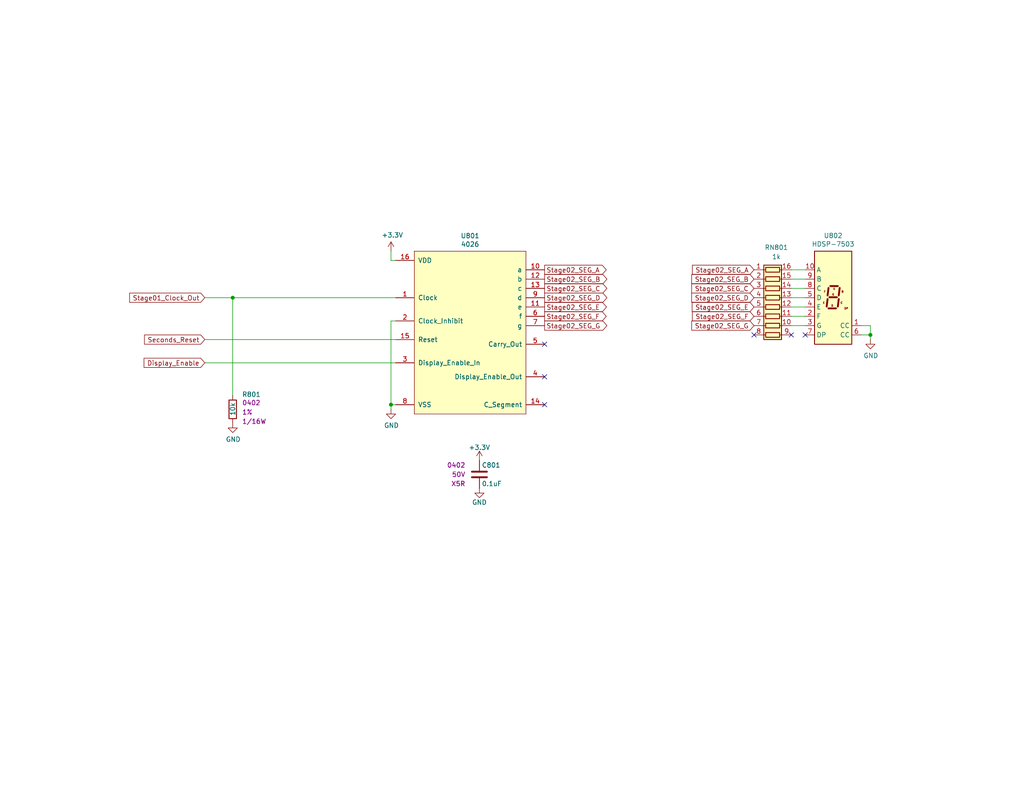
<source format=kicad_sch>
(kicad_sch (version 20231120) (generator "eeschema") (generator_version "8.0")
  (paper "A")
  (title_block (title "Stopwatch") (date "2024-04-28") (rev "B") (company "Drew Maatman"))
  (lib_symbols
    (symbol "Custom_Library:4026" (pin_names (offset 1.016))
      (property "Reference" "U" (at 30.48 -43.18 0))
      (property "Value" "4026" (at 20.32 3.81 0))
      (symbol "4026_0_1"
        (rectangle (start 5.08 2.54) (end 35.56 -41.91) (fill (type background)))
      )
      (symbol "4026_1_1"
        (pin input line (at 0 -10.16 0) (length 5.08) (name "Clock") (number "1"))
        (pin output line (at 40.64 -2.54 180) (length 5.08) (name "a") (number "10"))
        (pin output line (at 40.64 -12.7 180) (length 5.08) (name "e") (number "11"))
        (pin output line (at 40.64 -5.08 180) (length 5.08) (name "b") (number "12"))
        (pin output line (at 40.64 -7.62 180) (length 5.08) (name "c") (number "13"))
        (pin output line (at 40.64 -39.37 180) (length 5.08) (name "C_Segment") (number "14"))
        (pin input line (at 0 -21.59 0) (length 5.08) (name "Reset") (number "15"))
        (pin power_in line (at 0 0 0) (length 5.08) (name "VDD") (number "16"))
        (pin input line (at 0 -16.51 0) (length 5.08) (name "Clock_Inhibit") (number "2"))
        (pin input line (at 0 -27.94 0) (length 5.08) (name "Display_Enable_In") (number "3"))
        (pin output line (at 40.64 -31.75 180) (length 5.08) (name "Display_Enable_Out") (number "4"))
        (pin output line (at 40.64 -22.86 180) (length 5.08) (name "Carry_Out") (number "5"))
        (pin output line (at 40.64 -15.24 180) (length 5.08) (name "f") (number "6"))
        (pin output line (at 40.64 -17.78 180) (length 5.08) (name "g") (number "7"))
        (pin power_in line (at 0 -39.37 0) (length 5.08) (name "VSS") (number "8"))
        (pin output line (at 40.64 -10.16 180) (length 5.08) (name "d") (number "9"))
      )
    )
    (symbol "Custom_Library:C_Custom" (pin_numbers hide) (pin_names (offset 0.254))
      (property "Reference" "C" (at 0.635 2.54 0))
      (property "Value" "C_Custom" (at 0.635 -2.54 0))
      (property "display_footprint" "Foot" (at -3.81 2.54 0))
      (property "Voltage" "V" (at -3.81 0 0))
      (property "Dielectric" "Er" (at -3.81 -2.54 0))
      (symbol "C_Custom_0_1"
        (polyline (pts (xy -2.032 -0.762) (xy 2.032 -0.762)) (stroke (width 0.508)))
        (polyline (pts (xy -2.032 0.762) (xy 2.032 0.762)) (stroke (width 0.508)))
      )
      (symbol "C_Custom_1_1"
        (pin passive line (at 0 3.81 270) (length 2.794) (name "~") (number "1"))
        (pin passive line (at 0 -3.81 90) (length 2.794) (name "~") (number "2"))
      )
    )
    (symbol "Custom_Library:R_Custom" (pin_numbers hide) (pin_names (offset 1.016) hide)
      (property "Reference" "R" (at -2.54 0 90))
      (property "Value" "R_Custom" (at 0 0 90))
      (property "display_footprint" "Foot" (at 2.54 0 90))
      (property "Tolerance" "Tol" (at 5.08 0 90))
      (property "Wattage" "W" (at 7.62 0 90))
      (symbol "R_Custom_0_1"
        (rectangle (start 1.016 2.54) (end -1.016 -2.54) (stroke (width 0.254)))
      )
      (symbol "R_Custom_1_1"
        (pin passive line (at 0 3.81 270) (length 1.27) (name "1") (number "1"))
        (pin passive line (at 0 -3.81 90) (length 1.27) (name "2") (number "2"))
      )
    )
    (symbol "Device:R_Pack08" (pin_names (offset 0) hide)
      (property "Reference" "RN" (at -12.7 0 90))
      (property "Value" "R_Pack08" (at 10.16 0 90))
      (symbol "R_Pack08_0_1"
        (rectangle (start -11.43 -2.413) (end 8.89 2.413) (stroke (width 0.254)) (fill (type background)))
        (rectangle (start -10.795 1.905) (end -9.525 -1.905) (stroke (width 0.254)))
        (rectangle (start -8.255 1.905) (end -6.985 -1.905) (stroke (width 0.254)))
        (rectangle (start -5.715 1.905) (end -4.445 -1.905) (stroke (width 0.254)))
        (rectangle (start -3.175 1.905) (end -1.905 -1.905) (stroke (width 0.254)))
        (rectangle (start -0.635 1.905) (end 0.635 -1.905) (stroke (width 0.254)))
        (polyline (pts (xy -10.16 -2.54) (xy -10.16 -1.905)))
        (polyline (pts (xy -10.16 1.905) (xy -10.16 2.54)))
        (polyline (pts (xy -7.62 -2.54) (xy -7.62 -1.905)))
        (polyline (pts (xy -7.62 1.905) (xy -7.62 2.54)))
        (polyline (pts (xy -5.08 -2.54) (xy -5.08 -1.905)))
        (polyline (pts (xy -5.08 1.905) (xy -5.08 2.54)))
        (polyline (pts (xy -2.54 -2.54) (xy -2.54 -1.905)))
        (polyline (pts (xy -2.54 1.905) (xy -2.54 2.54)))
        (polyline (pts (xy 0 -2.54) (xy 0 -1.905)))
        (polyline (pts (xy 0 1.905) (xy 0 2.54)))
        (polyline (pts (xy 2.54 -2.54) (xy 2.54 -1.905)))
        (polyline (pts (xy 2.54 1.905) (xy 2.54 2.54)))
        (polyline (pts (xy 5.08 -2.54) (xy 5.08 -1.905)))
        (polyline (pts (xy 5.08 1.905) (xy 5.08 2.54)))
        (polyline (pts (xy 7.62 -2.54) (xy 7.62 -1.905)))
        (polyline (pts (xy 7.62 1.905) (xy 7.62 2.54)))
        (rectangle (start 1.905 1.905) (end 3.175 -1.905) (stroke (width 0.254)))
        (rectangle (start 4.445 1.905) (end 5.715 -1.905) (stroke (width 0.254)))
        (rectangle (start 6.985 1.905) (end 8.255 -1.905) (stroke (width 0.254)))
      )
      (symbol "R_Pack08_1_1"
        (pin passive line (at -10.16 -5.08 90) (length 2.54) (name "R1.1") (number "1"))
        (pin passive line (at 5.08 5.08 270) (length 2.54) (name "R7.2") (number "10"))
        (pin passive line (at 2.54 5.08 270) (length 2.54) (name "R6.2") (number "11"))
        (pin passive line (at 0 5.08 270) (length 2.54) (name "R5.2") (number "12"))
        (pin passive line (at -2.54 5.08 270) (length 2.54) (name "R4.2") (number "13"))
        (pin passive line (at -5.08 5.08 270) (length 2.54) (name "R3.2") (number "14"))
        (pin passive line (at -7.62 5.08 270) (length 2.54) (name "R2.2") (number "15"))
        (pin passive line (at -10.16 5.08 270) (length 2.54) (name "R1.2") (number "16"))
        (pin passive line (at -7.62 -5.08 90) (length 2.54) (name "R2.1") (number "2"))
        (pin passive line (at -5.08 -5.08 90) (length 2.54) (name "R3.1") (number "3"))
        (pin passive line (at -2.54 -5.08 90) (length 2.54) (name "R4.1") (number "4"))
        (pin passive line (at 0 -5.08 90) (length 2.54) (name "R5.1") (number "5"))
        (pin passive line (at 2.54 -5.08 90) (length 2.54) (name "R6.1") (number "6"))
        (pin passive line (at 5.08 -5.08 90) (length 2.54) (name "R7.1") (number "7"))
        (pin passive line (at 7.62 -5.08 90) (length 2.54) (name "R8.1") (number "8"))
        (pin passive line (at 7.62 5.08 270) (length 2.54) (name "R8.2") (number "9"))
      )
    )
    (symbol "Display_Character:HDSP-7503"
      (property "Reference" "U" (at -3.81 13.97 0))
      (property "Value" "HDSP-7503" (at 6.35 13.97 0))
      (symbol "HDSP-7503_1_0"
        (text "A" (at 0.254 2.413 0) (effects (font (size 0.508 0.508))))
        (text "B" (at 2.54 1.651 0) (effects (font (size 0.508 0.508))))
        (text "C" (at 2.286 -1.397 0) (effects (font (size 0.508 0.508))))
        (text "D" (at -0.254 -2.159 0) (effects (font (size 0.508 0.508))))
        (text "DP" (at 3.556 -2.921 0) (effects (font (size 0.508 0.508))))
        (text "E" (at -2.54 -1.397 0) (effects (font (size 0.508 0.508))))
        (text "F" (at -2.286 1.651 0) (effects (font (size 0.508 0.508))))
        (text "G" (at 0 0.889 0) (effects (font (size 0.508 0.508))))
      )
      (symbol "HDSP-7503_1_1"
        (rectangle (start -5.08 12.7) (end 5.08 -12.7) (stroke (width 0.254)) (fill (type background)))
        (polyline (pts (xy -1.524 -0.381) (xy -1.778 -2.413)) (stroke (width 0.508)))
        (polyline (pts (xy -1.27 -2.921) (xy 0.762 -2.921)) (stroke (width 0.508)))
        (polyline (pts (xy -1.27 2.667) (xy -1.524 0.635)) (stroke (width 0.508)))
        (polyline (pts (xy -1.016 0.127) (xy 1.016 0.127)) (stroke (width 0.508)))
        (polyline (pts (xy -0.762 3.175) (xy 1.27 3.175)) (stroke (width 0.508)))
        (polyline (pts (xy 1.524 -0.381) (xy 1.27 -2.413)) (stroke (width 0.508)))
        (polyline (pts (xy 1.778 2.667) (xy 1.524 0.635)) (stroke (width 0.508)))
        (polyline (pts (xy 2.54 -2.921) (xy 2.54 -2.921)) (stroke (width 0.508)))
        (pin input line (at 7.62 -7.62 180) (length 2.54) (name "CC") (number "1"))
        (pin input line (at -7.62 7.62 0) (length 2.54) (name "A") (number "10"))
        (pin input line (at -7.62 -5.08 0) (length 2.54) (name "F") (number "2"))
        (pin input line (at -7.62 -7.62 0) (length 2.54) (name "G") (number "3"))
        (pin input line (at -7.62 -2.54 0) (length 2.54) (name "E") (number "4"))
        (pin input line (at -7.62 0 0) (length 2.54) (name "D") (number "5"))
        (pin input line (at 7.62 -10.16 180) (length 2.54) (name "CC") (number "6"))
        (pin input line (at -7.62 -10.16 0) (length 2.54) (name "DP") (number "7"))
        (pin input line (at -7.62 2.54 0) (length 2.54) (name "C") (number "8"))
        (pin input line (at -7.62 5.08 0) (length 2.54) (name "B") (number "9"))
      )
    )
    (symbol "power:+3.3V" (power) (pin_names (offset 0))
      (property "Value" "+3.3V" (at 0 3.556 0))
      (symbol "+3.3V_0_1"
        (polyline (pts (xy -0.762 1.27) (xy 0 2.54)))
        (polyline (pts (xy 0 0) (xy 0 2.54)))
        (polyline (pts (xy 0 2.54) (xy 0.762 1.27)))
      )
      (symbol "+3.3V_1_1"
        (pin power_in line (at 0 0 90) (length 0) hide (name "+3.3V") (number "1"))
      )
    )
    (symbol "power:GND" (power) (pin_names (offset 0))
      (property "Value" "GND" (at 0 -3.81 0))
      (symbol "GND_0_1"
        (polyline (pts (xy 0 0) (xy 0 -1.27) (xy 1.27 -1.27) (xy 0 -2.54) (xy -1.27 -1.27) (xy 0 -1.27)))
      )
      (symbol "GND_1_1"
        (pin power_in line (at 0 0 270) (length 0) hide (name "GND") (number "1"))
      )
    )
  )
  (junction (at 106.68 110.49))
  (junction (at 63.5 81.28))
  (junction (at 237.49 91.44))
  (no_connect (at 215.9 91.44))
  (no_connect (at 205.74 91.44))
  (no_connect (at 219.71 91.44))
  (no_connect (at 148.59 110.49))
  (no_connect (at 148.59 93.98))
  (no_connect (at 148.59 102.87))
  (wire (pts (xy 215.9 76.2) (xy 219.71 76.2)))
  (wire (pts (xy 215.9 81.28) (xy 219.71 81.28)))
  (wire (pts (xy 215.9 88.9) (xy 219.71 88.9)))
  (wire (pts (xy 107.95 81.28) (xy 63.5 81.28)))
  (wire (pts (xy 237.49 92.71) (xy 237.49 91.44)))
  (wire (pts (xy 215.9 73.66) (xy 219.71 73.66)))
  (wire (pts (xy 106.68 111.76) (xy 106.68 110.49)))
  (wire (pts (xy 215.9 86.36) (xy 219.71 86.36)))
  (wire (pts (xy 237.49 91.44) (xy 237.49 88.9)))
  (wire (pts (xy 55.88 92.71) (xy 107.95 92.71)))
  (wire (pts (xy 215.9 83.82) (xy 219.71 83.82)))
  (wire (pts (xy 106.68 68.58) (xy 106.68 71.12)))
  (wire (pts (xy 63.5 81.28) (xy 63.5 107.95)))
  (wire (pts (xy 215.9 78.74) (xy 219.71 78.74)))
  (wire (pts (xy 55.88 99.06) (xy 107.95 99.06)))
  (wire (pts (xy 106.68 110.49) (xy 107.95 110.49)))
  (wire (pts (xy 107.95 87.63) (xy 106.68 87.63)))
  (wire (pts (xy 55.88 81.28) (xy 63.5 81.28)))
  (wire (pts (xy 106.68 87.63) (xy 106.68 110.49)))
  (wire (pts (xy 234.95 91.44) (xy 237.49 91.44)))
  (wire (pts (xy 237.49 88.9) (xy 234.95 88.9)))
  (wire (pts (xy 106.68 71.12) (xy 107.95 71.12)))
  (global_label "Stage02_SEG_D" (shape output) (at 148.59 81.28 0) (property "Intersheetrefs" "${INTERSHEET_REFS}" (effects (hide yes))))
  (global_label "Stage02_SEG_A" (shape input) (at 205.74 73.66 180) (property "Intersheetrefs" "${INTERSHEET_REFS}" (effects (hide yes))))
  (global_label "Stage02_SEG_G" (shape input) (at 205.74 88.9 180) (property "Intersheetrefs" "${INTERSHEET_REFS}" (effects (hide yes))))
  (global_label "Stage02_SEG_C" (shape output) (at 148.59 78.74 0) (property "Intersheetrefs" "${INTERSHEET_REFS}" (effects (hide yes))))
  (global_label "Stage01_Clock_Out" (shape input) (at 55.88 81.28 180) (property "Intersheetrefs" "${INTERSHEET_REFS}" (effects (hide yes))))
  (global_label "Stage02_SEG_G" (shape output) (at 148.59 88.9 0) (property "Intersheetrefs" "${INTERSHEET_REFS}" (effects (hide yes))))
  (global_label "Stage02_SEG_F" (shape output) (at 148.59 86.36 0) (property "Intersheetrefs" "${INTERSHEET_REFS}" (effects (hide yes))))
  (global_label "Stage02_SEG_A" (shape output) (at 148.59 73.66 0) (property "Intersheetrefs" "${INTERSHEET_REFS}" (effects (hide yes))))
  (global_label "Stage02_SEG_B" (shape output) (at 148.59 76.2 0) (property "Intersheetrefs" "${INTERSHEET_REFS}" (effects (hide yes))))
  (global_label "Stage02_SEG_D" (shape input) (at 205.74 81.28 180) (property "Intersheetrefs" "${INTERSHEET_REFS}" (effects (hide yes))))
  (global_label "Stage02_SEG_E" (shape input) (at 205.74 83.82 180) (property "Intersheetrefs" "${INTERSHEET_REFS}" (effects (hide yes))))
  (global_label "Stage02_SEG_F" (shape input) (at 205.74 86.36 180) (property "Intersheetrefs" "${INTERSHEET_REFS}" (effects (hide yes))))
  (global_label "Display_Enable" (shape input) (at 55.88 99.06 180) (property "Intersheetrefs" "${INTERSHEET_REFS}" (effects (hide yes))))
  (global_label "Stage02_SEG_E" (shape output) (at 148.59 83.82 0) (property "Intersheetrefs" "${INTERSHEET_REFS}" (effects (hide yes))))
  (global_label "Stage02_SEG_C" (shape input) (at 205.74 78.74 180) (property "Intersheetrefs" "${INTERSHEET_REFS}" (effects (hide yes))))
  (global_label "Stage02_SEG_B" (shape input) (at 205.74 76.2 180) (property "Intersheetrefs" "${INTERSHEET_REFS}" (effects (hide yes))))
  (global_label "Seconds_Reset" (shape input) (at 55.88 92.71 180) (property "Intersheetrefs" "${INTERSHEET_REFS}" (effects (hide yes))))
  (symbol (lib_id "Custom_Library:4026") (at 107.95 71.12 0) (unit 1)
    (property "Reference" "U801" (at 128.27 64.389 0))
    (property "Value" "4026" (at 128.27 66.7004 0))
    (property "Footprint" "Housings_SSOP:TSSOP-16_4.4x5mm_Pitch0.65mm" (effects (hide yes)))
    (property "Digi-Key PN" "296-32878-5-ND" (effects (hide yes)))
  )
  (symbol (lib_id "power:+3.3V") (at 130.81 125.73 0) (unit 1)
    (property "Reference" "#PWR0804" (effects (hide yes)))
    (property "Value" "+3.3V" (at 130.81 122.174 0))
  )
  (symbol (lib_id "power:GND") (at 63.5 115.57 0) (unit 1)
    (property "Reference" "#PWR0801" (effects (hide yes)))
    (property "Value" "GND" (at 63.627 119.9642 0))
  )
  (symbol (lib_id "Device:R_Pack08") (at 210.82 83.82 270) (unit 1)
    (property "Reference" "RN801" (at 211.836 67.564 90))
    (property "Value" "1k" (at 211.836 70.104 90))
    (property "Footprint" "Resistor_SMD:R_Cat16-8" (effects (hide yes)))
    (property "Digi-Key PN" "CAT16-102J8LFCT-ND" (effects (hide yes)))
  )
  (symbol (lib_id "Display_Character:HDSP-7503") (at 227.33 81.28 0) (unit 1)
    (property "Reference" "U802" (at 227.33 64.3382 0))
    (property "Value" "HDSP-7503" (at 227.33 66.6496 0))
    (property "Footprint" "Display_7Segment:HDSP-A151" (effects (hide yes)))
    (property "Datasheet" "https://docs.broadcom.com/docs/AV02-2553EN" (effects (hide yes)))
    (property "Digi-Key PN" "516-1203-5-ND" (effects (hide yes)))
  )
  (symbol (lib_id "power:GND") (at 130.81 133.35 0) (unit 1)
    (property "Reference" "#PWR0805" (effects (hide yes)))
    (property "Value" "GND" (at 130.81 137.16 0))
  )
  (symbol (lib_id "power:+3.3V") (at 106.68 68.58 0) (unit 1)
    (property "Reference" "#PWR0802" (effects (hide yes)))
    (property "Value" "+3.3V" (at 107.061 64.1858 0))
  )
  (symbol (lib_id "power:GND") (at 106.68 111.76 0) (unit 1)
    (property "Reference" "#PWR0803" (effects (hide yes)))
    (property "Value" "GND" (at 106.807 116.1542 0))
  )
  (symbol (lib_id "Custom_Library:C_Custom") (at 130.81 129.54 0) (unit 1)
    (property "Reference" "C801" (at 131.445 127 0) (effects (justify left)))
    (property "Value" "0.1uF" (at 131.445 132.08 0) (effects (justify left)))
    (property "Footprint" "Capacitors_SMD:C_0402" (effects (hide yes)))
    (property "display_footprint" "0402" (at 127 127 0) (effects (justify right)))
    (property "Voltage" "50V" (at 127 129.54 0) (effects (justify right)))
    (property "Dielectric" "X5R" (at 127 132.08 0) (effects (justify right)))
    (property "Digi-Key PN" "490-10697-1-ND" (effects (hide yes)))
  )
  (symbol (lib_id "power:GND") (at 237.49 92.71 0) (unit 1)
    (property "Reference" "#PWR0806" (effects (hide yes)))
    (property "Value" "GND" (at 237.617 97.1042 0))
  )
  (symbol (lib_id "Custom_Library:R_Custom") (at 63.5 111.76 0) (unit 1)
    (property "Reference" "R801" (at 66.04 107.696 0) (effects (justify left)))
    (property "Value" "10k" (at 63.5 113.538 90) (effects (justify left)))
    (property "Footprint" "Resistors_SMD:R_0402" (effects (hide yes)))
    (property "display_footprint" "0402" (at 66.04 109.982 0) (effects (justify left)))
    (property "Tolerance" "1%" (at 66.04 112.522 0) (effects (justify left)))
    (property "Wattage" "1/16W" (at 66.04 115.062 0) (effects (justify left)))
    (property "Digi-Key PN" "RMCF0402FT10K0CT-ND" (effects (hide yes)))
  )
)
</source>
